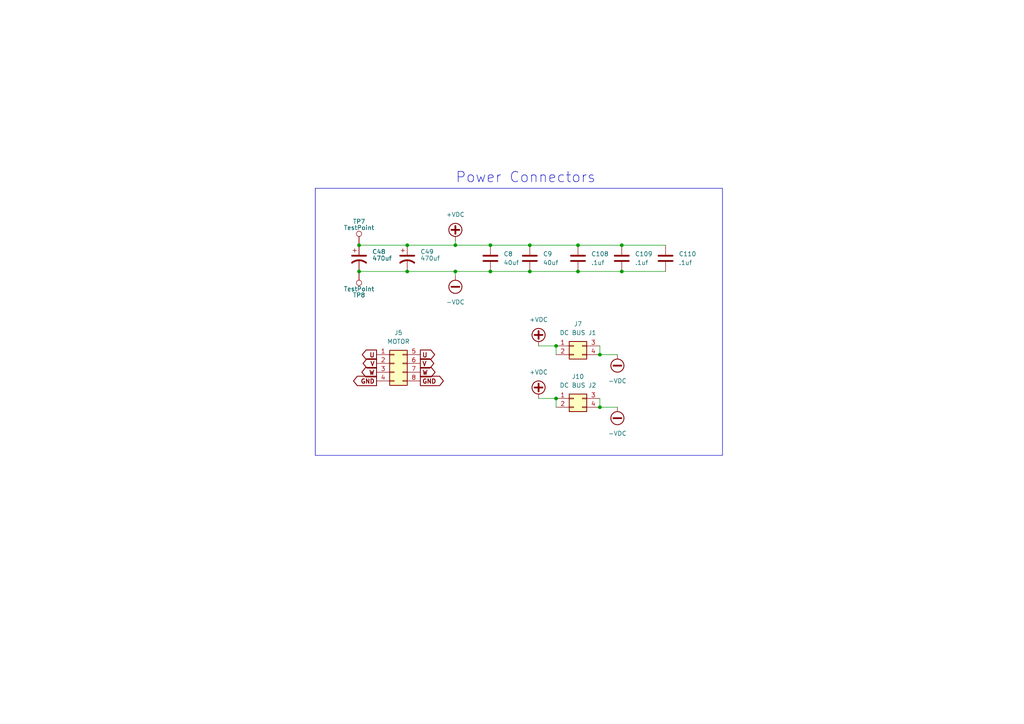
<source format=kicad_sch>
(kicad_sch (version 20230121) (generator eeschema)
  (paper "A4")
  (lib_symbols
    (symbol "Connector:TestPoint" (pin_numbers hide) (pin_names (offset 0.762) hide)
      (property "Reference" "TP" (at 0 6.858 0))
      (property "Value" "TestPoint" (at 0 5.08 0))
      (symbol "TestPoint_0_1"
        (circle (center 0 3.302) (radius 0.762))
      )
      (symbol "TestPoint_1_1"
        (pin passive line (at 0 0 90) (length 2.54) (name "1") (number "1"))
      )
    )
    (symbol "Connector_Generic:Conn_02x02_Top_Bottom" (pin_names (offset 1.016) hide)
      (property "Reference" "J" (at 1.27 2.54 0))
      (property "Value" "Conn_02x02_Top_Bottom" (at 1.27 -5.08 0))
      (symbol "Conn_02x02_Top_Bottom_1_1"
        (rectangle (start -1.27 -2.413) (end 0 -2.667) (stroke (width 0.1524)))
        (rectangle (start -1.27 0.127) (end 0 -0.127) (stroke (width 0.1524)))
        (rectangle (start -1.27 1.27) (end 3.81 -3.81) (stroke (width 0.254)) (fill (type background)))
        (rectangle (start 3.81 -2.413) (end 2.54 -2.667) (stroke (width 0.1524)))
        (rectangle (start 3.81 0.127) (end 2.54 -0.127) (stroke (width 0.1524)))
        (pin passive line (at -5.08 0 0) (length 3.81) (name "Pin_1") (number "1"))
        (pin passive line (at -5.08 -2.54 0) (length 3.81) (name "Pin_2") (number "2"))
        (pin passive line (at 7.62 0 180) (length 3.81) (name "Pin_3") (number "3"))
        (pin passive line (at 7.62 -2.54 180) (length 3.81) (name "Pin_4") (number "4"))
      )
    )
    (symbol "Connector_Generic:Conn_02x04_Top_Bottom" (pin_names (offset 1.016) hide)
      (property "Reference" "J" (at 1.27 5.08 0))
      (property "Value" "Conn_02x04_Top_Bottom" (at 1.27 -7.62 0))
      (symbol "Conn_02x04_Top_Bottom_1_1"
        (rectangle (start -1.27 -4.953) (end 0 -5.207) (stroke (width 0.1524)))
        (rectangle (start -1.27 -2.413) (end 0 -2.667) (stroke (width 0.1524)))
        (rectangle (start -1.27 0.127) (end 0 -0.127) (stroke (width 0.1524)))
        (rectangle (start -1.27 2.667) (end 0 2.413) (stroke (width 0.1524)))
        (rectangle (start -1.27 3.81) (end 3.81 -6.35) (stroke (width 0.254)) (fill (type background)))
        (rectangle (start 3.81 -4.953) (end 2.54 -5.207) (stroke (width 0.1524)))
        (rectangle (start 3.81 -2.413) (end 2.54 -2.667) (stroke (width 0.1524)))
        (rectangle (start 3.81 0.127) (end 2.54 -0.127) (stroke (width 0.1524)))
        (rectangle (start 3.81 2.667) (end 2.54 2.413) (stroke (width 0.1524)))
        (pin passive line (at -5.08 2.54 0) (length 3.81) (name "Pin_1") (number "1"))
        (pin passive line (at -5.08 0 0) (length 3.81) (name "Pin_2") (number "2"))
        (pin passive line (at -5.08 -2.54 0) (length 3.81) (name "Pin_3") (number "3"))
        (pin passive line (at -5.08 -5.08 0) (length 3.81) (name "Pin_4") (number "4"))
        (pin passive line (at 7.62 2.54 180) (length 3.81) (name "Pin_5") (number "5"))
        (pin passive line (at 7.62 0 180) (length 3.81) (name "Pin_6") (number "6"))
        (pin passive line (at 7.62 -2.54 180) (length 3.81) (name "Pin_7") (number "7"))
        (pin passive line (at 7.62 -5.08 180) (length 3.81) (name "Pin_8") (number "8"))
      )
    )
    (symbol "Device:C" (pin_numbers hide) (pin_names (offset 0.254))
      (property "Reference" "C" (at 0.635 2.54 0))
      (property "Value" "C" (at 0.635 -2.54 0))
      (symbol "C_0_1"
        (polyline (pts (xy -2.032 -0.762) (xy 2.032 -0.762)) (stroke (width 0.508)))
        (polyline (pts (xy -2.032 0.762) (xy 2.032 0.762)) (stroke (width 0.508)))
      )
      (symbol "C_1_1"
        (pin passive line (at 0 3.81 270) (length 2.794) (name "~") (number "1"))
        (pin passive line (at 0 -3.81 90) (length 2.794) (name "~") (number "2"))
      )
    )
    (symbol "Device:C_Polarized_US" (pin_numbers hide) (pin_names (offset 0.254) hide)
      (property "Reference" "C" (at 0.635 2.54 0))
      (property "Value" "C_Polarized_US" (at 0.635 -2.54 0))
      (symbol "C_Polarized_US_0_1"
        (polyline (pts (xy -2.032 0.762) (xy 2.032 0.762)) (stroke (width 0.508)))
        (polyline (pts (xy -1.778 2.286) (xy -0.762 2.286)))
        (polyline (pts (xy -1.27 1.778) (xy -1.27 2.794)))
        (arc (start 2.032 -1.27) (mid 0 -0.5572) (end -2.032 -1.27) (stroke (width 0.508)))
      )
      (symbol "C_Polarized_US_1_1"
        (pin passive line (at 0 3.81 270) (length 2.794) (name "~") (number "1"))
        (pin passive line (at 0 -3.81 90) (length 3.302) (name "~") (number "2"))
      )
    )
    (symbol "power:+VDC" (power) (pin_names (offset 0))
      (property "Value" "+VDC" (at 0 6.35 0))
      (symbol "+VDC_0_1"
        (polyline (pts (xy -1.143 3.175) (xy 1.143 3.175)) (stroke (width 0.508)))
        (polyline (pts (xy 0 0) (xy 0 1.27)))
        (polyline (pts (xy 0 2.032) (xy 0 4.318)) (stroke (width 0.508)))
        (circle (center 0 3.175) (radius 1.905) (stroke (width 0.254)))
      )
      (symbol "+VDC_1_1"
        (pin power_in line (at 0 0 90) (length 0) hide (name "+VDC") (number "1"))
      )
    )
    (symbol "power:-VDC" (power) (pin_names (offset 0))
      (property "Value" "-VDC" (at 0 6.35 0))
      (symbol "-VDC_0_1"
        (polyline (pts (xy -1.143 3.175) (xy 1.143 3.175)) (stroke (width 0.508)))
        (polyline (pts (xy 0 0) (xy 0 1.27)))
        (circle (center 0 3.175) (radius 1.905) (stroke (width 0.254)))
      )
      (symbol "-VDC_1_1"
        (pin power_in line (at 0 0 90) (length 0) hide (name "-VDC") (number "1"))
      )
    )
  )
  (junction (at 104.14 78.74))
  (junction (at 161.29 115.57))
  (junction (at 180.34 71.12))
  (junction (at 142.24 71.12))
  (junction (at 167.64 78.74))
  (junction (at 173.99 118.11))
  (junction (at 153.67 78.74))
  (junction (at 173.99 102.87))
  (junction (at 118.11 78.74))
  (junction (at 118.11 71.12))
  (junction (at 142.24 78.74))
  (junction (at 180.34 78.74))
  (junction (at 153.67 71.12))
  (junction (at 132.08 71.12))
  (junction (at 132.08 78.74))
  (junction (at 161.29 100.33))
  (junction (at 104.14 71.12))
  (junction (at 167.64 71.12))
  (wire (pts (xy 167.64 71.12) (xy 180.34 71.12)))
  (wire (pts (xy 173.99 115.57) (xy 173.99 118.11)))
  (wire (pts (xy 104.14 71.12) (xy 118.11 71.12)))
  (wire (pts (xy 118.11 71.12) (xy 132.08 71.12)))
  (wire (pts (xy 132.08 80.01) (xy 132.08 78.74)))
  (wire (pts (xy 132.08 71.12) (xy 142.24 71.12)))
  (wire (pts (xy 173.99 102.87) (xy 179.07 102.87)))
  (wire (pts (xy 161.29 115.57) (xy 161.29 118.11)))
  (wire (pts (xy 153.67 78.74) (xy 167.64 78.74)))
  (wire (pts (xy 167.64 78.74) (xy 180.34 78.74)))
  (wire (pts (xy 156.21 115.57) (xy 161.29 115.57)))
  (wire (pts (xy 118.11 78.74) (xy 132.08 78.74)))
  (wire (pts (xy 180.34 71.12) (xy 193.04 71.12)))
  (wire (pts (xy 156.21 100.33) (xy 161.29 100.33)))
  (wire (pts (xy 180.34 78.74) (xy 193.04 78.74)))
  (wire (pts (xy 104.14 78.74) (xy 118.11 78.74)))
  (wire (pts (xy 132.08 69.85) (xy 132.08 71.12)))
  (wire (pts (xy 142.24 78.74) (xy 153.67 78.74)))
  (wire (pts (xy 132.08 78.74) (xy 142.24 78.74)))
  (wire (pts (xy 173.99 118.11) (xy 179.07 118.11)))
  (wire (pts (xy 142.24 71.12) (xy 153.67 71.12)))
  (wire (pts (xy 161.29 100.33) (xy 161.29 102.87)))
  (wire (pts (xy 173.99 100.33) (xy 173.99 102.87)))
  (wire (pts (xy 153.67 71.12) (xy 167.64 71.12)))
  (rectangle (start 91.44 54.61) (end 209.55 132.08))
  (text "Power Connectors" (at 132.08 53.34 0) (effects (font (size 3 3)) (justify left bottom)))
  (global_label "W" (shape output) (at 121.92 107.95 0) (effects (font bold)) (property "Intersheetrefs" "${INTERSHEET_REFS}" (effects hide)))
  (global_label "U" (shape output) (at 121.92 102.87 0) (effects (font bold)) (property "Intersheetrefs" "${INTERSHEET_REFS}" (effects hide)))
  (global_label "GND" (shape output) (at 109.22 110.49 180) (effects (font bold)) (property "Intersheetrefs" "${INTERSHEET_REFS}" (effects hide)))
  (global_label "GND" (shape output) (at 121.92 110.49 0) (effects (font bold)) (property "Intersheetrefs" "${INTERSHEET_REFS}" (effects hide)))
  (global_label "V" (shape output) (at 121.92 105.41 0) (effects (font bold)) (property "Intersheetrefs" "${INTERSHEET_REFS}" (effects hide)))
  (global_label "V" (shape output) (at 109.22 105.41 180) (effects (font bold)) (property "Intersheetrefs" "${INTERSHEET_REFS}" (effects hide)))
  (global_label "U" (shape output) (at 109.22 102.87 180) (effects (font bold)) (property "Intersheetrefs" "${INTERSHEET_REFS}" (effects hide)))
  (global_label "W" (shape output) (at 109.22 107.95 180) (effects (font bold)) (property "Intersheetrefs" "${INTERSHEET_REFS}" (effects hide)))
  (symbol (lib_id "Connector:TestPoint") (at 104.14 71.12 0) (unit 1)
    (property "Reference" "TP7" (at 104.14 64.262 0))
    (property "Value" "TestPoint" (at 104.14 66.04 0))
    (property "Footprint" "footprints:TestPoint_Pad_3.1x1.6mm" (effects hide))
  )
  (symbol (lib_id "power:+VDC") (at 156.21 115.57 0) (unit 1)
    (property "Reference" "#PWR0131" (effects hide))
    (property "Value" "+VDC" (at 156.21 107.95 0))
    (instances (project "HV servo drive v1" (path "" (reference "#PWR0131") (unit 1)) (path "" (reference "#PWR0113") (unit 1))))
  )
  (symbol (lib_id "Connector_Generic:Conn_02x02_Top_Bottom") (at 166.37 115.57 0) (unit 1)
    (property "Reference" "J10" (at 167.64 109.22 0))
    (property "Value" "DC BUS J2" (at 167.64 111.76 0))
    (property "Footprint" "Connector_Molex:Molex_Mega-Fit_76825-0004_2x02_P5.70mm_Horizontal" (effects hide))
    (instances (project "HV servo drive v1" (path "" (reference "J10") (unit 1)) (path "" (reference "J5") (unit 1))))
  )
  (symbol (lib_id "Connector_Generic:Conn_02x02_Top_Bottom") (at 166.37 100.33 0) (unit 1)
    (property "Reference" "J7" (at 167.64 93.98 0))
    (property "Value" "DC BUS J1" (at 167.64 96.52 0))
    (property "Footprint" "Connector_Molex:Molex_Mega-Fit_76825-0004_2x02_P5.70mm_Horizontal" (effects hide))
    (instances (project "HV servo drive v1" (path "" (reference "J7") (unit 1)) (path "" (reference "J4") (unit 1))))
  )
  (symbol (lib_id "Connector_Generic:Conn_02x04_Top_Bottom") (at 114.3 105.41 0) (unit 1)
    (property "Reference" "J5" (at 115.57 96.52 0))
    (property "Value" "MOTOR" (at 115.57 99.06 0))
    (property "Footprint" "Connector_Molex:Molex_Mega-Fit_76825-0008_2x04_P5.70mm_Horizontal" (effects hide))
    (instances (project "HV servo drive v1" (path "" (reference "J5") (unit 1)) (path "" (reference "J2") (unit 1))))
  )
  (symbol (lib_id "Device:C_Polarized_US") (at 104.14 74.93 0) (unit 1)
    (property "Reference" "C48" (at 107.95 73.025 0) (effects (justify left)))
    (property "Value" "470uf" (at 107.95 74.93 0) (effects (justify left)))
    (property "Footprint" "Capacitor_THT:CP_Radial_D30.0mm_P10.00mm_SnapIn" (effects hide))
    (instances (project "HV servo drive v1" (path "" (reference "C48") (unit 1)) (path "" (reference "C8") (unit 1))))
  )
  (symbol (lib_id "Device:C") (at 167.64 74.93 180) (unit 1)
    (property "Reference" "C108" (at 171.45 73.66 0) (effects (justify right)))
    (property "Value" ".1uf" (at 171.45 76.2 0) (effects (justify right)))
    (property "Footprint" "Capacitor_SMD:C_2220_5650Metric" (effects hide))
  )
  (symbol (lib_id "power:+VDC") (at 156.21 100.33 0) (unit 1)
    (property "Reference" "#PWR0129" (effects hide))
    (property "Value" "+VDC" (at 156.21 92.71 0))
    (instances (project "HV servo drive v1" (path "" (reference "#PWR0129") (unit 1)) (path "" (reference "#PWR0112") (unit 1))))
  )
  (symbol (lib_id "Device:C") (at 193.04 74.93 180) (unit 1)
    (property "Reference" "C110" (at 196.85 73.66 0) (effects (justify right)))
    (property "Value" ".1uf" (at 196.85 76.2 0) (effects (justify right)))
    (property "Footprint" "Capacitor_SMD:C_2220_5650Metric" (effects hide))
  )
  (symbol (lib_id "Device:C") (at 142.24 74.93 0) (unit 1)
    (property "Reference" "C8" (at 146.05 73.6599 0) (effects (justify left)))
    (property "Value" "40uf" (at 146.05 76.1999 0) (effects (justify left)))
    (property "Footprint" "footprints:BUS CAP1" (effects hide))
    (instances (project "HV servo drive v1" (path "" (reference "C8") (unit 1)) (path "" (reference "C48") (unit 1))))
  )
  (symbol (lib_id "Connector:TestPoint") (at 104.14 78.74 180) (unit 1)
    (property "Reference" "TP8" (at 104.14 85.598 0))
    (property "Value" "TestPoint" (at 104.14 83.82 0))
    (property "Footprint" "footprints:TestPoint_Pad_3.1x1.6mm" (effects hide))
  )
  (symbol (lib_id "Device:C") (at 180.34 74.93 180) (unit 1)
    (property "Reference" "C109" (at 184.15 73.66 0) (effects (justify right)))
    (property "Value" ".1uf" (at 184.15 76.2 0) (effects (justify right)))
    (property "Footprint" "Capacitor_SMD:C_2220_5650Metric" (effects hide))
  )
  (symbol (lib_id "power:-VDC") (at 179.07 118.11 180) (unit 1)
    (property "Reference" "#PWR0132" (effects hide))
    (property "Value" "-VDC" (at 179.07 125.73 0))
    (instances (project "HV servo drive v1" (path "" (reference "#PWR0132") (unit 1)) (path "" (reference "#PWR0116") (unit 1))))
  )
  (symbol (lib_id "power:-VDC") (at 132.08 80.01 180) (unit 1)
    (property "Reference" "#PWR027" (effects hide))
    (property "Value" "-VDC" (at 132.08 87.63 0))
  )
  (symbol (lib_id "Device:C_Polarized_US") (at 118.11 74.93 0) (unit 1)
    (property "Reference" "C49" (at 121.92 73.025 0) (effects (justify left)))
    (property "Value" "470uf" (at 121.92 74.93 0) (effects (justify left)))
    (property "Footprint" "Capacitor_THT:CP_Radial_D30.0mm_P10.00mm_SnapIn" (effects hide))
    (instances (project "HV servo drive v1" (path "" (reference "C49") (unit 1)) (path "" (reference "C9") (unit 1))))
  )
  (symbol (lib_id "power:+VDC") (at 132.08 69.85 0) (unit 1)
    (property "Reference" "#PWR026" (effects hide))
    (property "Value" "+VDC" (at 132.08 62.23 0))
  )
  (symbol (lib_id "power:-VDC") (at 179.07 102.87 180) (unit 1)
    (property "Reference" "#PWR0130" (effects hide))
    (property "Value" "-VDC" (at 179.07 110.49 0))
    (instances (project "HV servo drive v1" (path "" (reference "#PWR0130") (unit 1)) (path "" (reference "#PWR0114") (unit 1))))
  )
  (symbol (lib_id "Device:C") (at 153.67 74.93 0) (unit 1)
    (property "Reference" "C9" (at 157.48 73.6599 0) (effects (justify left)))
    (property "Value" "40uf" (at 157.48 76.1999 0) (effects (justify left)))
    (property "Footprint" "footprints:BUS CAP1" (effects hide))
    (instances (project "HV servo drive v1" (path "" (reference "C9") (unit 1)) (path "" (reference "C49") (unit 1))))
  )
)
</source>
